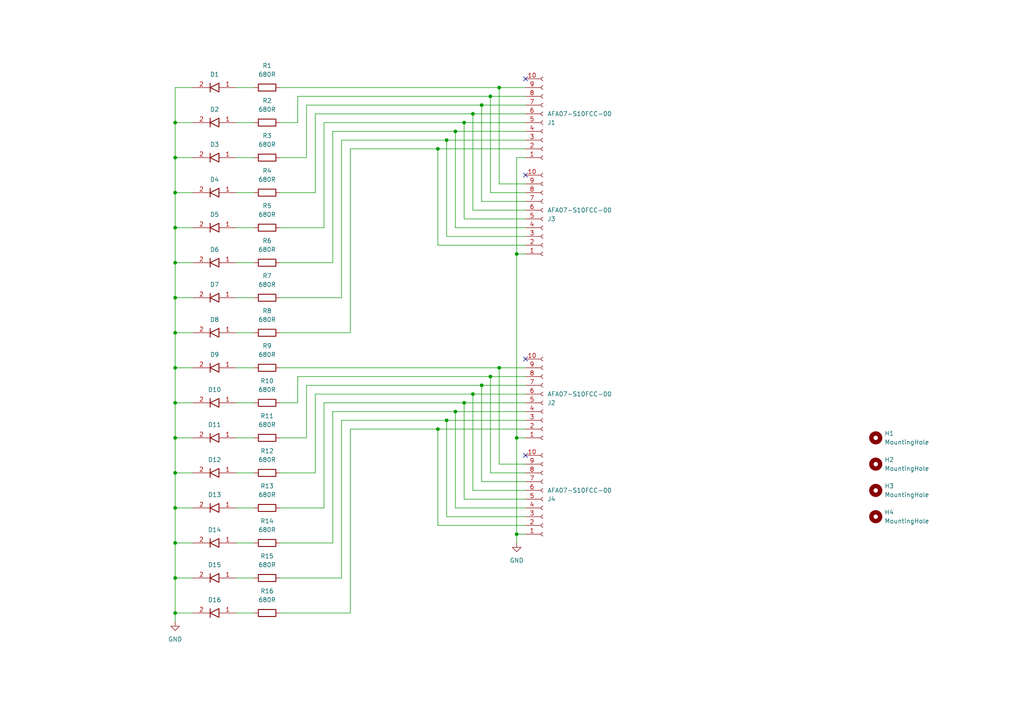
<source format=kicad_sch>
(kicad_sch (version 20231120) (generator "eeschema") (generator_version "8.0")
  (paper "A4")
  (title_block (title "${article} v${version}"))
  (lib_symbols
    (symbol "Mechanical:MountingHole" (pin_names (offset 1.016)) (exclude_from_sim yes) (in_bom no)
      (property "Reference" "H" (at 0 5.08 0))
      (property "Value" "MountingHole" (at 0 3.175 0))
      (symbol "MountingHole_0_1"
        (circle (center 0 0) (radius 1.27) (stroke (width 1.27)))
      )
    )
    (symbol "kicad_inventree_lib:12-21_GHC-YR2S2_2C"
      (property "Reference" "LED" (at -2.032 5.334 0))
      (property "Value" "12-21_GHC-YR2S2_2C" (at -2.032 2.794 0))
      (symbol "12-21_GHC-YR2S2_2C_0_1"
        (polyline (pts (xy -1.27 -1.27) (xy -1.27 -3.81)) (stroke (width 0.254)))
        (polyline (pts (xy 1.27 -1.27) (xy 1.27 -3.81) (xy -1.27 -2.54) (xy 1.27 -1.27)) (stroke (width 0.254)))
      )
      (symbol "12-21_GHC-YR2S2_2C_1_1"
        (pin passive line (at 6.35 -2.54 180) (length 5.08) (name "") (number "1"))
        (pin passive line (at -6.35 -2.54 0) (length 5.08) (name "") (number "2"))
      )
    )
    (symbol "kicad_inventree_lib:AFA07-S10FCC-00" (pin_names (offset 1.016) hide)
      (property "Reference" "J" (at 0 12.7 0))
      (property "Value" "AFA07-S10FCC-00" (at 0 -15.24 0))
      (symbol "AFA07-S10FCC-00_1_1"
        (arc (start 0 -12.192) (mid -0.5058 -12.7) (end 0 -13.208) (stroke (width 0.1524)))
        (arc (start 0 -9.652) (mid -0.5058 -10.16) (end 0 -10.668) (stroke (width 0.1524)))
        (arc (start 0 -7.112) (mid -0.5058 -7.62) (end 0 -8.128) (stroke (width 0.1524)))
        (arc (start 0 -4.572) (mid -0.5058 -5.08) (end 0 -5.588) (stroke (width 0.1524)))
        (arc (start 0 -2.032) (mid -0.5058 -2.54) (end 0 -3.048) (stroke (width 0.1524)))
        (polyline (pts (xy -1.27 -12.7) (xy -0.508 -12.7)) (stroke (width 0.1524)))
        (polyline (pts (xy -1.27 -10.16) (xy -0.508 -10.16)) (stroke (width 0.1524)))
        (polyline (pts (xy -1.27 -7.62) (xy -0.508 -7.62)) (stroke (width 0.1524)))
        (polyline (pts (xy -1.27 -5.08) (xy -0.508 -5.08)) (stroke (width 0.1524)))
        (polyline (pts (xy -1.27 -2.54) (xy -0.508 -2.54)) (stroke (width 0.1524)))
        (polyline (pts (xy -1.27 0) (xy -0.508 0)) (stroke (width 0.1524)))
        (polyline (pts (xy -1.27 2.54) (xy -0.508 2.54)) (stroke (width 0.1524)))
        (polyline (pts (xy -1.27 5.08) (xy -0.508 5.08)) (stroke (width 0.1524)))
        (polyline (pts (xy -1.27 7.62) (xy -0.508 7.62)) (stroke (width 0.1524)))
        (polyline (pts (xy -1.27 10.16) (xy -0.508 10.16)) (stroke (width 0.1524)))
        (arc (start 0 0.508) (mid -0.5058 0) (end 0 -0.508) (stroke (width 0.1524)))
        (arc (start 0 3.048) (mid -0.5058 2.54) (end 0 2.032) (stroke (width 0.1524)))
        (arc (start 0 5.588) (mid -0.5058 5.08) (end 0 4.572) (stroke (width 0.1524)))
        (arc (start 0 8.128) (mid -0.5058 7.62) (end 0 7.112) (stroke (width 0.1524)))
        (arc (start 0 10.668) (mid -0.5058 10.16) (end 0 9.652) (stroke (width 0.1524)))
        (pin passive line (at -5.08 10.16 0) (length 3.81) (name "Pin_1") (number "1"))
        (pin passive line (at -5.08 -12.7 0) (length 3.81) (name "Pin_10") (number "10"))
        (pin passive line (at -5.08 7.62 0) (length 3.81) (name "Pin_2") (number "2"))
        (pin passive line (at -5.08 5.08 0) (length 3.81) (name "Pin_3") (number "3"))
        (pin passive line (at -5.08 2.54 0) (length 3.81) (name "Pin_4") (number "4"))
        (pin passive line (at -5.08 0 0) (length 3.81) (name "Pin_5") (number "5"))
        (pin passive line (at -5.08 -2.54 0) (length 3.81) (name "Pin_6") (number "6"))
        (pin passive line (at -5.08 -5.08 0) (length 3.81) (name "Pin_7") (number "7"))
        (pin passive line (at -5.08 -7.62 0) (length 3.81) (name "Pin_8") (number "8"))
        (pin passive line (at -5.08 -10.16 0) (length 3.81) (name "Pin_9") (number "9"))
      )
    )
    (symbol "kicad_inventree_lib:R_680R_1206_1%" (pin_numbers hide) (pin_names (offset 0))
      (property "Reference" "R" (at 2.032 0 90))
      (property "Value" "680R" (at 0 0 90))
      (symbol "R_680R_1206_1%_0_1"
        (rectangle (start -1.016 -2.54) (end 1.016 2.54) (stroke (width 0.254)))
      )
      (symbol "R_680R_1206_1%_1_1"
        (pin passive line (at 0 3.81 270) (length 1.27) (name "~") (number "1"))
        (pin passive line (at 0 -3.81 90) (length 1.27) (name "~") (number "2"))
      )
    )
    (symbol "power:GND" (power) (pin_numbers hide) (pin_names (offset 0) hide)
      (property "Value" "GND" (at 0 -3.81 0))
      (symbol "GND_0_1"
        (polyline (pts (xy 0 0) (xy 0 -1.27) (xy 1.27 -1.27) (xy 0 -2.54) (xy -1.27 -1.27) (xy 0 -1.27)))
      )
      (symbol "GND_1_1"
        (pin power_in line (at 0 0 270) (length 0) (name "~") (number "1"))
      )
    )
  )
  (junction (at 50.8 147.32))
  (junction (at 50.8 157.48))
  (junction (at 127 43.18))
  (junction (at 127 124.46))
  (junction (at 50.8 127))
  (junction (at 129.54 121.92))
  (junction (at 50.8 35.56))
  (junction (at 139.7 111.76))
  (junction (at 149.86 73.66))
  (junction (at 134.62 35.56))
  (junction (at 144.78 106.68))
  (junction (at 50.8 55.88))
  (junction (at 50.8 45.72))
  (junction (at 50.8 76.2))
  (junction (at 50.8 116.84))
  (junction (at 50.8 96.52))
  (junction (at 137.16 114.3))
  (junction (at 144.78 25.4))
  (junction (at 132.08 38.1))
  (junction (at 50.8 106.68))
  (junction (at 142.24 109.22))
  (junction (at 129.54 40.64))
  (junction (at 142.24 27.94))
  (junction (at 50.8 86.36))
  (junction (at 50.8 167.64))
  (junction (at 134.62 116.84))
  (junction (at 50.8 66.04))
  (junction (at 50.8 177.8))
  (junction (at 149.86 154.94))
  (junction (at 132.08 119.38))
  (junction (at 50.8 137.16))
  (junction (at 139.7 30.48))
  (junction (at 137.16 33.02))
  (junction (at 149.86 127))
  (no_connect (at 152.4 22.86))
  (no_connect (at 152.4 132.08))
  (no_connect (at 152.4 50.8))
  (no_connect (at 152.4 104.14))
  (wire (pts (xy 134.62 35.56) (xy 152.4 35.56)))
  (wire (pts (xy 99.06 121.92) (xy 99.06 167.64)))
  (wire (pts (xy 81.28 106.68) (xy 144.78 106.68)))
  (wire (pts (xy 50.8 86.36) (xy 50.8 96.52)))
  (wire (pts (xy 144.78 25.4) (xy 152.4 25.4)))
  (wire (pts (xy 93.98 147.32) (xy 81.28 147.32)))
  (wire (pts (xy 152.4 149.86) (xy 129.54 149.86)))
  (wire (pts (xy 152.4 71.12) (xy 127 71.12)))
  (wire (pts (xy 149.86 73.66) (xy 149.86 127)))
  (wire (pts (xy 137.16 114.3) (xy 91.44 114.3)))
  (wire (pts (xy 152.4 40.64) (xy 129.54 40.64)))
  (wire (pts (xy 81.28 35.56) (xy 86.36 35.56)))
  (wire (pts (xy 152.4 114.3) (xy 137.16 114.3)))
  (wire (pts (xy 134.62 35.56) (xy 134.62 63.5)))
  (wire (pts (xy 137.16 33.02) (xy 152.4 33.02)))
  (wire (pts (xy 68.58 55.88) (xy 73.66 55.88)))
  (wire (pts (xy 55.88 96.52) (xy 50.8 96.52)))
  (wire (pts (xy 55.88 157.48) (xy 50.8 157.48)))
  (wire (pts (xy 149.86 45.72) (xy 149.86 73.66)))
  (wire (pts (xy 50.8 45.72) (xy 50.8 55.88)))
  (wire (pts (xy 134.62 116.84) (xy 93.98 116.84)))
  (wire (pts (xy 68.58 177.8) (xy 73.66 177.8)))
  (wire (pts (xy 50.8 25.4) (xy 50.8 35.56)))
  (wire (pts (xy 152.4 45.72) (xy 149.86 45.72)))
  (wire (pts (xy 96.52 119.38) (xy 96.52 157.48)))
  (wire (pts (xy 139.7 30.48) (xy 152.4 30.48)))
  (wire (pts (xy 91.44 33.02) (xy 137.16 33.02)))
  (wire (pts (xy 152.4 63.5) (xy 134.62 63.5)))
  (wire (pts (xy 88.9 30.48) (xy 139.7 30.48)))
  (wire (pts (xy 149.86 154.94) (xy 149.86 157.48)))
  (wire (pts (xy 55.88 116.84) (xy 50.8 116.84)))
  (wire (pts (xy 81.28 127) (xy 88.9 127)))
  (wire (pts (xy 149.86 127) (xy 152.4 127)))
  (wire (pts (xy 99.06 167.64) (xy 81.28 167.64)))
  (wire (pts (xy 55.88 137.16) (xy 50.8 137.16)))
  (wire (pts (xy 144.78 53.34) (xy 144.78 25.4)))
  (wire (pts (xy 93.98 35.56) (xy 134.62 35.56)))
  (wire (pts (xy 99.06 40.64) (xy 99.06 86.36)))
  (wire (pts (xy 152.4 55.88) (xy 142.24 55.88)))
  (wire (pts (xy 68.58 66.04) (xy 73.66 66.04)))
  (wire (pts (xy 127 152.4) (xy 127 124.46)))
  (wire (pts (xy 96.52 157.48) (xy 81.28 157.48)))
  (wire (pts (xy 132.08 38.1) (xy 152.4 38.1)))
  (wire (pts (xy 149.86 127) (xy 149.86 154.94)))
  (wire (pts (xy 68.58 157.48) (xy 73.66 157.48)))
  (wire (pts (xy 132.08 119.38) (xy 96.52 119.38)))
  (wire (pts (xy 50.8 55.88) (xy 50.8 66.04)))
  (wire (pts (xy 132.08 147.32) (xy 132.08 119.38)))
  (wire (pts (xy 152.4 116.84) (xy 134.62 116.84)))
  (wire (pts (xy 152.4 109.22) (xy 142.24 109.22)))
  (wire (pts (xy 68.58 86.36) (xy 73.66 86.36)))
  (wire (pts (xy 152.4 111.76) (xy 139.7 111.76)))
  (wire (pts (xy 101.6 43.18) (xy 101.6 96.52)))
  (wire (pts (xy 152.4 152.4) (xy 127 152.4)))
  (wire (pts (xy 55.88 177.8) (xy 50.8 177.8)))
  (wire (pts (xy 55.88 106.68) (xy 50.8 106.68)))
  (wire (pts (xy 129.54 68.58) (xy 129.54 40.64)))
  (wire (pts (xy 81.28 25.4) (xy 144.78 25.4)))
  (wire (pts (xy 50.8 167.64) (xy 50.8 177.8)))
  (wire (pts (xy 68.58 147.32) (xy 73.66 147.32)))
  (wire (pts (xy 91.44 55.88) (xy 81.28 55.88)))
  (wire (pts (xy 50.8 177.8) (xy 50.8 180.34)))
  (wire (pts (xy 55.88 66.04) (xy 50.8 66.04)))
  (wire (pts (xy 152.4 43.18) (xy 127 43.18)))
  (wire (pts (xy 127 43.18) (xy 101.6 43.18)))
  (wire (pts (xy 132.08 66.04) (xy 132.08 38.1)))
  (wire (pts (xy 50.8 116.84) (xy 50.8 127)))
  (wire (pts (xy 86.36 109.22) (xy 86.36 116.84)))
  (wire (pts (xy 68.58 116.84) (xy 73.66 116.84)))
  (wire (pts (xy 91.44 114.3) (xy 91.44 137.16)))
  (wire (pts (xy 129.54 121.92) (xy 99.06 121.92)))
  (wire (pts (xy 88.9 30.48) (xy 88.9 45.72)))
  (wire (pts (xy 93.98 116.84) (xy 93.98 147.32)))
  (wire (pts (xy 139.7 58.42) (xy 139.7 30.48)))
  (wire (pts (xy 152.4 134.62) (xy 144.78 134.62)))
  (wire (pts (xy 86.36 27.94) (xy 86.36 35.56)))
  (wire (pts (xy 152.4 124.46) (xy 127 124.46)))
  (wire (pts (xy 134.62 144.78) (xy 134.62 116.84)))
  (wire (pts (xy 68.58 167.64) (xy 73.66 167.64)))
  (wire (pts (xy 152.4 60.96) (xy 137.16 60.96)))
  (wire (pts (xy 142.24 55.88) (xy 142.24 27.94)))
  (wire (pts (xy 142.24 27.94) (xy 152.4 27.94)))
  (wire (pts (xy 68.58 106.68) (xy 73.66 106.68)))
  (wire (pts (xy 152.4 53.34) (xy 144.78 53.34)))
  (wire (pts (xy 68.58 25.4) (xy 73.66 25.4)))
  (wire (pts (xy 88.9 111.76) (xy 88.9 127)))
  (wire (pts (xy 152.4 58.42) (xy 139.7 58.42)))
  (wire (pts (xy 88.9 45.72) (xy 81.28 45.72)))
  (wire (pts (xy 68.58 96.52) (xy 73.66 96.52)))
  (wire (pts (xy 55.88 45.72) (xy 50.8 45.72)))
  (wire (pts (xy 96.52 38.1) (xy 96.52 76.2)))
  (wire (pts (xy 152.4 142.24) (xy 137.16 142.24)))
  (wire (pts (xy 50.8 66.04) (xy 50.8 76.2)))
  (wire (pts (xy 86.36 116.84) (xy 81.28 116.84)))
  (wire (pts (xy 86.36 27.94) (xy 142.24 27.94)))
  (wire (pts (xy 55.88 76.2) (xy 50.8 76.2)))
  (wire (pts (xy 99.06 86.36) (xy 81.28 86.36)))
  (wire (pts (xy 101.6 124.46) (xy 101.6 177.8)))
  (wire (pts (xy 137.16 60.96) (xy 137.16 33.02)))
  (wire (pts (xy 93.98 66.04) (xy 81.28 66.04)))
  (wire (pts (xy 144.78 134.62) (xy 144.78 106.68)))
  (wire (pts (xy 152.4 66.04) (xy 132.08 66.04)))
  (wire (pts (xy 152.4 119.38) (xy 132.08 119.38)))
  (wire (pts (xy 50.8 147.32) (xy 50.8 157.48)))
  (wire (pts (xy 127 124.46) (xy 101.6 124.46)))
  (wire (pts (xy 55.88 25.4) (xy 50.8 25.4)))
  (wire (pts (xy 149.86 73.66) (xy 152.4 73.66)))
  (wire (pts (xy 152.4 144.78) (xy 134.62 144.78)))
  (wire (pts (xy 55.88 55.88) (xy 50.8 55.88)))
  (wire (pts (xy 91.44 33.02) (xy 91.44 55.88)))
  (wire (pts (xy 142.24 109.22) (xy 86.36 109.22)))
  (wire (pts (xy 55.88 35.56) (xy 50.8 35.56)))
  (wire (pts (xy 152.4 147.32) (xy 132.08 147.32)))
  (wire (pts (xy 55.88 86.36) (xy 50.8 86.36)))
  (wire (pts (xy 50.8 106.68) (xy 50.8 116.84)))
  (wire (pts (xy 81.28 137.16) (xy 91.44 137.16)))
  (wire (pts (xy 55.88 167.64) (xy 50.8 167.64)))
  (wire (pts (xy 139.7 139.7) (xy 139.7 111.76)))
  (wire (pts (xy 68.58 127) (xy 73.66 127)))
  (wire (pts (xy 149.86 154.94) (xy 152.4 154.94)))
  (wire (pts (xy 96.52 38.1) (xy 132.08 38.1)))
  (wire (pts (xy 144.78 106.68) (xy 152.4 106.68)))
  (wire (pts (xy 50.8 137.16) (xy 50.8 147.32)))
  (wire (pts (xy 55.88 127) (xy 50.8 127)))
  (wire (pts (xy 50.8 96.52) (xy 50.8 106.68)))
  (wire (pts (xy 68.58 76.2) (xy 73.66 76.2)))
  (wire (pts (xy 139.7 111.76) (xy 88.9 111.76)))
  (wire (pts (xy 127 71.12) (xy 127 43.18)))
  (wire (pts (xy 129.54 40.64) (xy 99.06 40.64)))
  (wire (pts (xy 101.6 177.8) (xy 81.28 177.8)))
  (wire (pts (xy 152.4 68.58) (xy 129.54 68.58)))
  (wire (pts (xy 68.58 35.56) (xy 73.66 35.56)))
  (wire (pts (xy 50.8 35.56) (xy 50.8 45.72)))
  (wire (pts (xy 50.8 157.48) (xy 50.8 167.64)))
  (wire (pts (xy 129.54 149.86) (xy 129.54 121.92)))
  (wire (pts (xy 50.8 127) (xy 50.8 137.16)))
  (wire (pts (xy 142.24 137.16) (xy 142.24 109.22)))
  (wire (pts (xy 68.58 137.16) (xy 73.66 137.16)))
  (wire (pts (xy 96.52 76.2) (xy 81.28 76.2)))
  (wire (pts (xy 93.98 35.56) (xy 93.98 66.04)))
  (wire (pts (xy 152.4 139.7) (xy 139.7 139.7)))
  (wire (pts (xy 68.58 45.72) (xy 73.66 45.72)))
  (wire (pts (xy 50.8 76.2) (xy 50.8 86.36)))
  (wire (pts (xy 137.16 142.24) (xy 137.16 114.3)))
  (wire (pts (xy 55.88 147.32) (xy 50.8 147.32)))
  (wire (pts (xy 152.4 121.92) (xy 129.54 121.92)))
  (wire (pts (xy 101.6 96.52) (xy 81.28 96.52)))
  (wire (pts (xy 152.4 137.16) (xy 142.24 137.16)))
  (symbol (lib_id "kicad_inventree_lib:12-21_GHC-YR2S2_2C") (at 62.23 114.3 0) (unit 1)
    (property "Reference" "D10" (at 62.23 113.03 0))
    (property "Value" "12-21_GHC-YR2S2_2C" (effects (hide yes)))
    (property "Footprint" "kicad_inventree_lib:1221GHCYR2S22C" (effects (hide yes)))
    (property "Datasheet" "https://www.vtm.co.uk/PDF/Everlight/12-21-GHC-YR2S2-2C.pdf" (effects (hide yes)))
    (property "Description" "Standard LEDs - SMD Green Water Clear Right Angle" (effects (hide yes)))
    (property "Height" "1.2" (effects (hide yes)))
    (property "Manufacturer_Name" "Everlight" (effects (hide yes)))
    (property "part_ipn" "12-21/GHC-YR2S2/2C " (effects (hide yes)))
  )
  (symbol (lib_id "kicad_inventree_lib:R_680R_1206_1%") (at 77.47 177.8 90) (unit 1)
    (property "Reference" "R16" (at 77.47 171.45 90))
    (property "Value" "680R" (at 77.47 173.99 90))
    (property "Footprint" "Resistor_SMD:R_1206_3216Metric_Pad1.30x1.75mm_HandSolder" (effects (hide yes)))
    (property "Datasheet" "http://inventree.network/part/168/" (effects (hide yes)))
    (property "Description" "Resistor" (effects (hide yes)))
    (property "part_ipn" "R_680R_1206_1%" (effects (hide yes)))
  )
  (symbol (lib_id "kicad_inventree_lib:12-21_GHC-YR2S2_2C") (at 62.23 165.1 0) (unit 1)
    (property "Reference" "D15" (at 62.23 163.83 0))
    (property "Value" "12-21_GHC-YR2S2_2C" (effects (hide yes)))
    (property "Footprint" "kicad_inventree_lib:1221GHCYR2S22C" (effects (hide yes)))
    (property "Datasheet" "https://www.vtm.co.uk/PDF/Everlight/12-21-GHC-YR2S2-2C.pdf" (effects (hide yes)))
    (property "Description" "Standard LEDs - SMD Green Water Clear Right Angle" (effects (hide yes)))
    (property "Height" "1.2" (effects (hide yes)))
    (property "Manufacturer_Name" "Everlight" (effects (hide yes)))
    (property "part_ipn" "12-21/GHC-YR2S2/2C " (effects (hide yes)))
  )
  (symbol (lib_id "kicad_inventree_lib:12-21_GHC-YR2S2_2C") (at 62.23 134.62 0) (unit 1)
    (property "Reference" "D12" (at 62.23 133.35 0))
    (property "Value" "12-21_GHC-YR2S2_2C" (effects (hide yes)))
    (property "Footprint" "kicad_inventree_lib:1221GHCYR2S22C" (effects (hide yes)))
    (property "Datasheet" "https://www.vtm.co.uk/PDF/Everlight/12-21-GHC-YR2S2-2C.pdf" (effects (hide yes)))
    (property "Description" "Standard LEDs - SMD Green Water Clear Right Angle" (effects (hide yes)))
    (property "Height" "1.2" (effects (hide yes)))
    (property "Manufacturer_Name" "Everlight" (effects (hide yes)))
    (property "part_ipn" "12-21/GHC-YR2S2/2C " (effects (hide yes)))
  )
  (symbol (lib_id "kicad_inventree_lib:R_680R_1206_1%") (at 77.47 25.4 90) (unit 1)
    (property "Reference" "R1" (at 77.47 19.05 90))
    (property "Value" "680R" (at 77.47 21.59 90))
    (property "Footprint" "Resistor_SMD:R_1206_3216Metric_Pad1.30x1.75mm_HandSolder" (effects (hide yes)))
    (property "Datasheet" "http://inventree.network/part/168/" (effects (hide yes)))
    (property "Description" "Resistor" (effects (hide yes)))
    (property "part_ipn" "R_680R_1206_1%" (effects (hide yes)))
  )
  (symbol (lib_id "kicad_inventree_lib:12-21_GHC-YR2S2_2C") (at 62.23 63.5 0) (unit 1)
    (property "Reference" "D5" (at 62.23 62.23 0))
    (property "Value" "12-21_GHC-YR2S2_2C" (effects (hide yes)))
    (property "Footprint" "kicad_inventree_lib:1221GHCYR2S22C" (effects (hide yes)))
    (property "Datasheet" "https://www.vtm.co.uk/PDF/Everlight/12-21-GHC-YR2S2-2C.pdf" (effects (hide yes)))
    (property "Description" "Standard LEDs - SMD Green Water Clear Right Angle" (effects (hide yes)))
    (property "Height" "1.2" (effects (hide yes)))
    (property "Manufacturer_Name" "Everlight" (effects (hide yes)))
    (property "part_ipn" "12-21/GHC-YR2S2/2C " (effects (hide yes)))
  )
  (symbol (lib_id "kicad_inventree_lib:12-21_GHC-YR2S2_2C") (at 62.23 43.18 0) (unit 1)
    (property "Reference" "D3" (at 62.23 41.91 0))
    (property "Value" "12-21_GHC-YR2S2_2C" (effects (hide yes)))
    (property "Footprint" "kicad_inventree_lib:1221GHCYR2S22C" (effects (hide yes)))
    (property "Datasheet" "https://www.vtm.co.uk/PDF/Everlight/12-21-GHC-YR2S2-2C.pdf" (effects (hide yes)))
    (property "Description" "Standard LEDs - SMD Green Water Clear Right Angle" (effects (hide yes)))
    (property "Height" "1.2" (effects (hide yes)))
    (property "Manufacturer_Name" "Everlight" (effects (hide yes)))
    (property "part_ipn" "12-21/GHC-YR2S2/2C " (effects (hide yes)))
  )
  (symbol (lib_id "kicad_inventree_lib:R_680R_1206_1%") (at 77.47 157.48 90) (unit 1)
    (property "Reference" "R14" (at 77.47 151.13 90))
    (property "Value" "680R" (at 77.47 153.67 90))
    (property "Footprint" "Resistor_SMD:R_1206_3216Metric_Pad1.30x1.75mm_HandSolder" (effects (hide yes)))
    (property "Datasheet" "http://inventree.network/part/168/" (effects (hide yes)))
    (property "Description" "Resistor" (effects (hide yes)))
    (property "part_ipn" "R_680R_1206_1%" (effects (hide yes)))
  )
  (symbol (lib_id "Mechanical:MountingHole") (at 254 142.24 0) (unit 1) (exclude_from_sim yes) (in_bom no)
    (property "Reference" "H3" (at 256.54 140.9699 0) (effects (justify left)))
    (property "Value" "MountingHole" (at 256.54 143.5099 0) (effects (justify left)))
    (property "Footprint" "MountingHole:MountingHole_2.2mm_M2" (effects (hide yes)))
    (property "Description" "Mounting Hole without connection" (effects (hide yes)))
  )
  (symbol (lib_id "kicad_inventree_lib:12-21_GHC-YR2S2_2C") (at 62.23 83.82 0) (unit 1)
    (property "Reference" "D7" (at 62.23 82.55 0))
    (property "Value" "12-21_GHC-YR2S2_2C" (effects (hide yes)))
    (property "Footprint" "kicad_inventree_lib:1221GHCYR2S22C" (effects (hide yes)))
    (property "Datasheet" "https://www.vtm.co.uk/PDF/Everlight/12-21-GHC-YR2S2-2C.pdf" (effects (hide yes)))
    (property "Description" "Standard LEDs - SMD Green Water Clear Right Angle" (effects (hide yes)))
    (property "Height" "1.2" (effects (hide yes)))
    (property "Manufacturer_Name" "Everlight" (effects (hide yes)))
    (property "part_ipn" "12-21/GHC-YR2S2/2C " (effects (hide yes)))
  )
  (symbol (lib_id "kicad_inventree_lib:12-21_GHC-YR2S2_2C") (at 62.23 73.66 0) (unit 1)
    (property "Reference" "D6" (at 62.23 72.39 0))
    (property "Value" "12-21_GHC-YR2S2_2C" (effects (hide yes)))
    (property "Footprint" "kicad_inventree_lib:1221GHCYR2S22C" (effects (hide yes)))
    (property "Datasheet" "https://www.vtm.co.uk/PDF/Everlight/12-21-GHC-YR2S2-2C.pdf" (effects (hide yes)))
    (property "Description" "Standard LEDs - SMD Green Water Clear Right Angle" (effects (hide yes)))
    (property "Height" "1.2" (effects (hide yes)))
    (property "Manufacturer_Name" "Everlight" (effects (hide yes)))
    (property "part_ipn" "12-21/GHC-YR2S2/2C " (effects (hide yes)))
  )
  (symbol (lib_id "Mechanical:MountingHole") (at 254 149.86 0) (unit 1) (exclude_from_sim yes) (in_bom no)
    (property "Reference" "H4" (at 256.54 148.5899 0) (effects (justify left)))
    (property "Value" "MountingHole" (at 256.54 151.1299 0) (effects (justify left)))
    (property "Footprint" "MountingHole:MountingHole_2.2mm_M2" (effects (hide yes)))
    (property "Description" "Mounting Hole without connection" (effects (hide yes)))
  )
  (symbol (lib_id "kicad_inventree_lib:R_680R_1206_1%") (at 77.47 137.16 90) (unit 1)
    (property "Reference" "R12" (at 77.47 130.81 90))
    (property "Value" "680R" (at 77.47 133.35 90))
    (property "Footprint" "Resistor_SMD:R_1206_3216Metric_Pad1.30x1.75mm_HandSolder" (effects (hide yes)))
    (property "Datasheet" "http://inventree.network/part/168/" (effects (hide yes)))
    (property "Description" "Resistor" (effects (hide yes)))
    (property "part_ipn" "R_680R_1206_1%" (effects (hide yes)))
  )
  (symbol (lib_id "kicad_inventree_lib:R_680R_1206_1%") (at 77.47 147.32 90) (unit 1)
    (property "Reference" "R13" (at 77.47 140.97 90))
    (property "Value" "680R" (at 77.47 143.51 90))
    (property "Footprint" "Resistor_SMD:R_1206_3216Metric_Pad1.30x1.75mm_HandSolder" (effects (hide yes)))
    (property "Datasheet" "http://inventree.network/part/168/" (effects (hide yes)))
    (property "Description" "Resistor" (effects (hide yes)))
    (property "part_ipn" "R_680R_1206_1%" (effects (hide yes)))
  )
  (symbol (lib_id "Mechanical:MountingHole") (at 254 127 0) (unit 1) (exclude_from_sim yes) (in_bom no)
    (property "Reference" "H1" (at 256.54 125.7299 0) (effects (justify left)))
    (property "Value" "MountingHole" (at 256.54 128.2699 0) (effects (justify left)))
    (property "Footprint" "MountingHole:MountingHole_2.2mm_M2" (effects (hide yes)))
    (property "Description" "Mounting Hole without connection" (effects (hide yes)))
  )
  (symbol (lib_id "kicad_inventree_lib:R_680R_1206_1%") (at 77.47 55.88 90) (unit 1)
    (property "Reference" "R4" (at 77.47 49.53 90))
    (property "Value" "680R" (at 77.47 52.07 90))
    (property "Footprint" "Resistor_SMD:R_1206_3216Metric_Pad1.30x1.75mm_HandSolder" (effects (hide yes)))
    (property "Datasheet" "http://inventree.network/part/168/" (effects (hide yes)))
    (property "Description" "Resistor" (effects (hide yes)))
    (property "part_ipn" "R_680R_1206_1%" (effects (hide yes)))
  )
  (symbol (lib_id "power:GND") (at 149.86 157.48 0) (unit 1)
    (property "Reference" "#PWR03" (effects (hide yes)))
    (property "Value" "GND" (at 149.86 162.56 0))
    (property "Description" "Power symbol creates a global label with name \"GND\" , ground" (effects (hide yes)))
  )
  (symbol (lib_id "kicad_inventree_lib:R_680R_1206_1%") (at 77.47 86.36 90) (unit 1)
    (property "Reference" "R7" (at 77.47 80.01 90))
    (property "Value" "680R" (at 77.47 82.55 90))
    (property "Footprint" "Resistor_SMD:R_1206_3216Metric_Pad1.30x1.75mm_HandSolder" (effects (hide yes)))
    (property "Datasheet" "http://inventree.network/part/168/" (effects (hide yes)))
    (property "Description" "Resistor" (effects (hide yes)))
    (property "part_ipn" "R_680R_1206_1%" (effects (hide yes)))
  )
  (symbol (lib_id "kicad_inventree_lib:R_680R_1206_1%") (at 77.47 35.56 90) (unit 1)
    (property "Reference" "R2" (at 77.47 29.21 90))
    (property "Value" "680R" (at 77.47 31.75 90))
    (property "Footprint" "Resistor_SMD:R_1206_3216Metric_Pad1.30x1.75mm_HandSolder" (effects (hide yes)))
    (property "Datasheet" "http://inventree.network/part/168/" (effects (hide yes)))
    (property "Description" "Resistor" (effects (hide yes)))
    (property "part_ipn" "R_680R_1206_1%" (effects (hide yes)))
  )
  (symbol (lib_id "kicad_inventree_lib:12-21_GHC-YR2S2_2C") (at 62.23 93.98 0) (unit 1)
    (property "Reference" "D8" (at 62.23 92.71 0))
    (property "Value" "12-21_GHC-YR2S2_2C" (effects (hide yes)))
    (property "Footprint" "kicad_inventree_lib:1221GHCYR2S22C" (effects (hide yes)))
    (property "Datasheet" "https://www.vtm.co.uk/PDF/Everlight/12-21-GHC-YR2S2-2C.pdf" (effects (hide yes)))
    (property "Description" "Standard LEDs - SMD Green Water Clear Right Angle" (effects (hide yes)))
    (property "Height" "1.2" (effects (hide yes)))
    (property "Manufacturer_Name" "Everlight" (effects (hide yes)))
    (property "part_ipn" "12-21/GHC-YR2S2/2C " (effects (hide yes)))
  )
  (symbol (lib_id "kicad_inventree_lib:R_680R_1206_1%") (at 77.47 167.64 90) (unit 1)
    (property "Reference" "R15" (at 77.47 161.29 90))
    (property "Value" "680R" (at 77.47 163.83 90))
    (property "Footprint" "Resistor_SMD:R_1206_3216Metric_Pad1.30x1.75mm_HandSolder" (effects (hide yes)))
    (property "Datasheet" "http://inventree.network/part/168/" (effects (hide yes)))
    (property "Description" "Resistor" (effects (hide yes)))
    (property "part_ipn" "R_680R_1206_1%" (effects (hide yes)))
  )
  (symbol (lib_id "kicad_inventree_lib:12-21_GHC-YR2S2_2C") (at 62.23 104.14 0) (unit 1)
    (property "Reference" "D9" (at 62.23 102.87 0))
    (property "Value" "12-21_GHC-YR2S2_2C" (effects (hide yes)))
    (property "Footprint" "kicad_inventree_lib:1221GHCYR2S22C" (effects (hide yes)))
    (property "Datasheet" "https://www.vtm.co.uk/PDF/Everlight/12-21-GHC-YR2S2-2C.pdf" (effects (hide yes)))
    (property "Description" "Standard LEDs - SMD Green Water Clear Right Angle" (effects (hide yes)))
    (property "Height" "1.2" (effects (hide yes)))
    (property "Manufacturer_Name" "Everlight" (effects (hide yes)))
    (property "part_ipn" "12-21/GHC-YR2S2/2C " (effects (hide yes)))
  )
  (symbol (lib_id "kicad_inventree_lib:R_680R_1206_1%") (at 77.47 66.04 90) (unit 1)
    (property "Reference" "R5" (at 77.47 59.69 90))
    (property "Value" "680R" (at 77.47 62.23 90))
    (property "Footprint" "Resistor_SMD:R_1206_3216Metric_Pad1.30x1.75mm_HandSolder" (effects (hide yes)))
    (property "Datasheet" "http://inventree.network/part/168/" (effects (hide yes)))
    (property "Description" "Resistor" (effects (hide yes)))
    (property "part_ipn" "R_680R_1206_1%" (effects (hide yes)))
  )
  (symbol (lib_id "kicad_inventree_lib:R_680R_1206_1%") (at 77.47 116.84 90) (unit 1)
    (property "Reference" "R10" (at 77.47 110.49 90))
    (property "Value" "680R" (at 77.47 113.03 90))
    (property "Footprint" "Resistor_SMD:R_1206_3216Metric_Pad1.30x1.75mm_HandSolder" (effects (hide yes)))
    (property "Datasheet" "http://inventree.network/part/168/" (effects (hide yes)))
    (property "Description" "Resistor" (effects (hide yes)))
    (property "part_ipn" "R_680R_1206_1%" (effects (hide yes)))
  )
  (symbol (lib_id "kicad_inventree_lib:R_680R_1206_1%") (at 77.47 45.72 90) (unit 1)
    (property "Reference" "R3" (at 77.47 39.37 90))
    (property "Value" "680R" (at 77.47 41.91 90))
    (property "Footprint" "Resistor_SMD:R_1206_3216Metric_Pad1.30x1.75mm_HandSolder" (effects (hide yes)))
    (property "Datasheet" "http://inventree.network/part/168/" (effects (hide yes)))
    (property "Description" "Resistor" (effects (hide yes)))
    (property "part_ipn" "R_680R_1206_1%" (effects (hide yes)))
  )
  (symbol (lib_id "kicad_inventree_lib:AFA07-S10FCC-00") (at 157.48 63.5 0) (mirror x) (unit 1)
    (property "Reference" "J3" (at 158.75 63.5001 0) (effects (justify left)))
    (property "Value" "AFA07-S10FCC-00" (at 158.75 60.9601 0) (effects (justify left)))
    (property "Footprint" "kicad_inventree_lib:CONN10_AFA07-S10_JUS" (effects (hide yes)))
    (property "Datasheet" "http://inventree.network/part/170/" (effects (hide yes)))
    (property "Description" "Generic connector, single row, 01x10, script generated" (effects (hide yes)))
  )
  (symbol (lib_id "kicad_inventree_lib:R_680R_1206_1%") (at 77.47 106.68 90) (unit 1)
    (property "Reference" "R9" (at 77.47 100.33 90))
    (property "Value" "680R" (at 77.47 102.87 90))
    (property "Footprint" "Resistor_SMD:R_1206_3216Metric_Pad1.30x1.75mm_HandSolder" (effects (hide yes)))
    (property "Datasheet" "http://inventree.network/part/168/" (effects (hide yes)))
    (property "Description" "Resistor" (effects (hide yes)))
    (property "part_ipn" "R_680R_1206_1%" (effects (hide yes)))
  )
  (symbol (lib_id "kicad_inventree_lib:12-21_GHC-YR2S2_2C") (at 62.23 53.34 0) (unit 1)
    (property "Reference" "D4" (at 62.23 52.07 0))
    (property "Value" "12-21_GHC-YR2S2_2C" (effects (hide yes)))
    (property "Footprint" "kicad_inventree_lib:1221GHCYR2S22C" (effects (hide yes)))
    (property "Datasheet" "https://www.vtm.co.uk/PDF/Everlight/12-21-GHC-YR2S2-2C.pdf" (effects (hide yes)))
    (property "Description" "Standard LEDs - SMD Green Water Clear Right Angle" (effects (hide yes)))
    (property "Height" "1.2" (effects (hide yes)))
    (property "Manufacturer_Name" "Everlight" (effects (hide yes)))
    (property "part_ipn" "12-21/GHC-YR2S2/2C " (effects (hide yes)))
  )
  (symbol (lib_id "kicad_inventree_lib:R_680R_1206_1%") (at 77.47 127 90) (unit 1)
    (property "Reference" "R11" (at 77.47 120.65 90))
    (property "Value" "680R" (at 77.47 123.19 90))
    (property "Footprint" "Resistor_SMD:R_1206_3216Metric_Pad1.30x1.75mm_HandSolder" (effects (hide yes)))
    (property "Datasheet" "http://inventree.network/part/168/" (effects (hide yes)))
    (property "Description" "Resistor" (effects (hide yes)))
    (property "part_ipn" "R_680R_1206_1%" (effects (hide yes)))
  )
  (symbol (lib_id "kicad_inventree_lib:R_680R_1206_1%") (at 77.47 96.52 90) (unit 1)
    (property "Reference" "R8" (at 77.47 90.17 90))
    (property "Value" "680R" (at 77.47 92.71 90))
    (property "Footprint" "Resistor_SMD:R_1206_3216Metric_Pad1.30x1.75mm_HandSolder" (effects (hide yes)))
    (property "Datasheet" "http://inventree.network/part/168/" (effects (hide yes)))
    (property "Description" "Resistor" (effects (hide yes)))
    (property "part_ipn" "R_680R_1206_1%" (effects (hide yes)))
  )
  (symbol (lib_id "kicad_inventree_lib:AFA07-S10FCC-00") (at 157.48 116.84 0) (mirror x) (unit 1)
    (property "Reference" "J2" (at 158.75 116.8401 0) (effects (justify left)))
    (property "Value" "AFA07-S10FCC-00" (at 158.75 114.3001 0) (effects (justify left)))
    (property "Footprint" "kicad_inventree_lib:CONN10_AFA07-S10_JUS" (effects (hide yes)))
    (property "Datasheet" "http://inventree.network/part/170/" (effects (hide yes)))
    (property "Description" "Generic connector, single row, 01x10, script generated" (effects (hide yes)))
  )
  (symbol (lib_id "Mechanical:MountingHole") (at 254 134.62 0) (unit 1) (exclude_from_sim yes) (in_bom no)
    (property "Reference" "H2" (at 256.54 133.3499 0) (effects (justify left)))
    (property "Value" "MountingHole" (at 256.54 135.8899 0) (effects (justify left)))
    (property "Footprint" "MountingHole:MountingHole_2.2mm_M2" (effects (hide yes)))
    (property "Description" "Mounting Hole without connection" (effects (hide yes)))
  )
  (symbol (lib_id "kicad_inventree_lib:12-21_GHC-YR2S2_2C") (at 62.23 175.26 0) (unit 1)
    (property "Reference" "D16" (at 62.23 173.99 0))
    (property "Value" "12-21_GHC-YR2S2_2C" (effects (hide yes)))
    (property "Footprint" "kicad_inventree_lib:1221GHCYR2S22C" (effects (hide yes)))
    (property "Datasheet" "https://www.vtm.co.uk/PDF/Everlight/12-21-GHC-YR2S2-2C.pdf" (effects (hide yes)))
    (property "Description" "Standard LEDs - SMD Green Water Clear Right Angle" (effects (hide yes)))
    (property "Height" "1.2" (effects (hide yes)))
    (property "Manufacturer_Name" "Everlight" (effects (hide yes)))
    (property "part_ipn" "12-21/GHC-YR2S2/2C " (effects (hide yes)))
  )
  (symbol (lib_id "kicad_inventree_lib:12-21_GHC-YR2S2_2C") (at 62.23 22.86 0) (unit 1)
    (property "Reference" "D1" (at 62.23 21.59 0))
    (property "Value" "12-21_GHC-YR2S2_2C" (effects (hide yes)))
    (property "Footprint" "kicad_inventree_lib:1221GHCYR2S22C" (effects (hide yes)))
    (property "Datasheet" "https://www.vtm.co.uk/PDF/Everlight/12-21-GHC-YR2S2-2C.pdf" (effects (hide yes)))
    (property "Description" "Standard LEDs - SMD Green Water Clear Right Angle" (effects (hide yes)))
    (property "Height" "1.2" (effects (hide yes)))
    (property "Manufacturer_Name" "Everlight" (effects (hide yes)))
    (property "part_ipn" "12-21/GHC-YR2S2/2C " (effects (hide yes)))
  )
  (symbol (lib_id "kicad_inventree_lib:12-21_GHC-YR2S2_2C") (at 62.23 144.78 0) (unit 1)
    (property "Reference" "D13" (at 62.23 143.51 0))
    (property "Value" "12-21_GHC-YR2S2_2C" (effects (hide yes)))
    (property "Footprint" "kicad_inventree_lib:1221GHCYR2S22C" (effects (hide yes)))
    (property "Datasheet" "https://www.vtm.co.uk/PDF/Everlight/12-21-GHC-YR2S2-2C.pdf" (effects (hide yes)))
    (property "Description" "Standard LEDs - SMD Green Water Clear Right Angle" (effects (hide yes)))
    (property "Height" "1.2" (effects (hide yes)))
    (property "Manufacturer_Name" "Everlight" (effects (hide yes)))
    (property "part_ipn" "12-21/GHC-YR2S2/2C " (effects (hide yes)))
  )
  (symbol (lib_id "kicad_inventree_lib:R_680R_1206_1%") (at 77.47 76.2 90) (unit 1)
    (property "Reference" "R6" (at 77.47 69.85 90))
    (property "Value" "680R" (at 77.47 72.39 90))
    (property "Footprint" "Resistor_SMD:R_1206_3216Metric_Pad1.30x1.75mm_HandSolder" (effects (hide yes)))
    (property "Datasheet" "http://inventree.network/part/168/" (effects (hide yes)))
    (property "Description" "Resistor" (effects (hide yes)))
    (property "part_ipn" "R_680R_1206_1%" (effects (hide yes)))
  )
  (symbol (lib_id "kicad_inventree_lib:12-21_GHC-YR2S2_2C") (at 62.23 124.46 0) (unit 1)
    (property "Reference" "D11" (at 62.23 123.19 0))
    (property "Value" "12-21_GHC-YR2S2_2C" (effects (hide yes)))
    (property "Footprint" "kicad_inventree_lib:1221GHCYR2S22C" (effects (hide yes)))
    (property "Datasheet" "https://www.vtm.co.uk/PDF/Everlight/12-21-GHC-YR2S2-2C.pdf" (effects (hide yes)))
    (property "Description" "Standard LEDs - SMD Green Water Clear Right Angle" (effects (hide yes)))
    (property "Height" "1.2" (effects (hide yes)))
    (property "Manufacturer_Name" "Everlight" (effects (hide yes)))
    (property "part_ipn" "12-21/GHC-YR2S2/2C " (effects (hide yes)))
  )
  (symbol (lib_id "kicad_inventree_lib:AFA07-S10FCC-00") (at 157.48 144.78 0) (mirror x) (unit 1)
    (property "Reference" "J4" (at 158.75 144.7801 0) (effects (justify left)))
    (property "Value" "AFA07-S10FCC-00" (at 158.75 142.2401 0) (effects (justify left)))
    (property "Footprint" "kicad_inventree_lib:CONN10_AFA07-S10_JUS" (effects (hide yes)))
    (property "Datasheet" "http://inventree.network/part/170/" (effects (hide yes)))
    (property "Description" "Generic connector, single row, 01x10, script generated" (effects (hide yes)))
  )
  (symbol (lib_id "kicad_inventree_lib:12-21_GHC-YR2S2_2C") (at 62.23 154.94 0) (unit 1)
    (property "Reference" "D14" (at 62.23 153.67 0))
    (property "Value" "12-21_GHC-YR2S2_2C" (effects (hide yes)))
    (property "Footprint" "kicad_inventree_lib:1221GHCYR2S22C" (effects (hide yes)))
    (property "Datasheet" "https://www.vtm.co.uk/PDF/Everlight/12-21-GHC-YR2S2-2C.pdf" (effects (hide yes)))
    (property "Description" "Standard LEDs - SMD Green Water Clear Right Angle" (effects (hide yes)))
    (property "Height" "1.2" (effects (hide yes)))
    (property "Manufacturer_Name" "Everlight" (effects (hide yes)))
    (property "part_ipn" "12-21/GHC-YR2S2/2C " (effects (hide yes)))
  )
  (symbol (lib_id "power:GND") (at 50.8 180.34 0) (unit 1)
    (property "Reference" "#PWR01" (effects (hide yes)))
    (property "Value" "GND" (at 50.8 185.42 0))
    (property "Description" "Power symbol creates a global label with name \"GND\" , ground" (effects (hide yes)))
  )
  (symbol (lib_id "kicad_inventree_lib:12-21_GHC-YR2S2_2C") (at 62.23 33.02 0) (unit 1)
    (property "Reference" "D2" (at 62.23 31.75 0))
    (property "Value" "12-21_GHC-YR2S2_2C" (effects (hide yes)))
    (property "Footprint" "kicad_inventree_lib:1221GHCYR2S22C" (effects (hide yes)))
    (property "Datasheet" "https://www.vtm.co.uk/PDF/Everlight/12-21-GHC-YR2S2-2C.pdf" (effects (hide yes)))
    (property "Description" "Standard LEDs - SMD Green Water Clear Right Angle" (effects (hide yes)))
    (property "Height" "1.2" (effects (hide yes)))
    (property "Manufacturer_Name" "Everlight" (effects (hide yes)))
    (property "part_ipn" "12-21/GHC-YR2S2/2C " (effects (hide yes)))
  )
  (symbol (lib_id "kicad_inventree_lib:AFA07-S10FCC-00") (at 157.48 35.56 0) (mirror x) (unit 1)
    (property "Reference" "J1" (at 158.75 35.5601 0) (effects (justify left)))
    (property "Value" "AFA07-S10FCC-00" (at 158.75 33.0201 0) (effects (justify left)))
    (property "Footprint" "kicad_inventree_lib:CONN10_AFA07-S10_JUS" (effects (hide yes)))
    (property "Datasheet" "http://inventree.network/part/170/" (effects (hide yes)))
    (property "Description" "Generic connector, single row, 01x10, script generated" (effects (hide yes)))
  )
)
</source>
